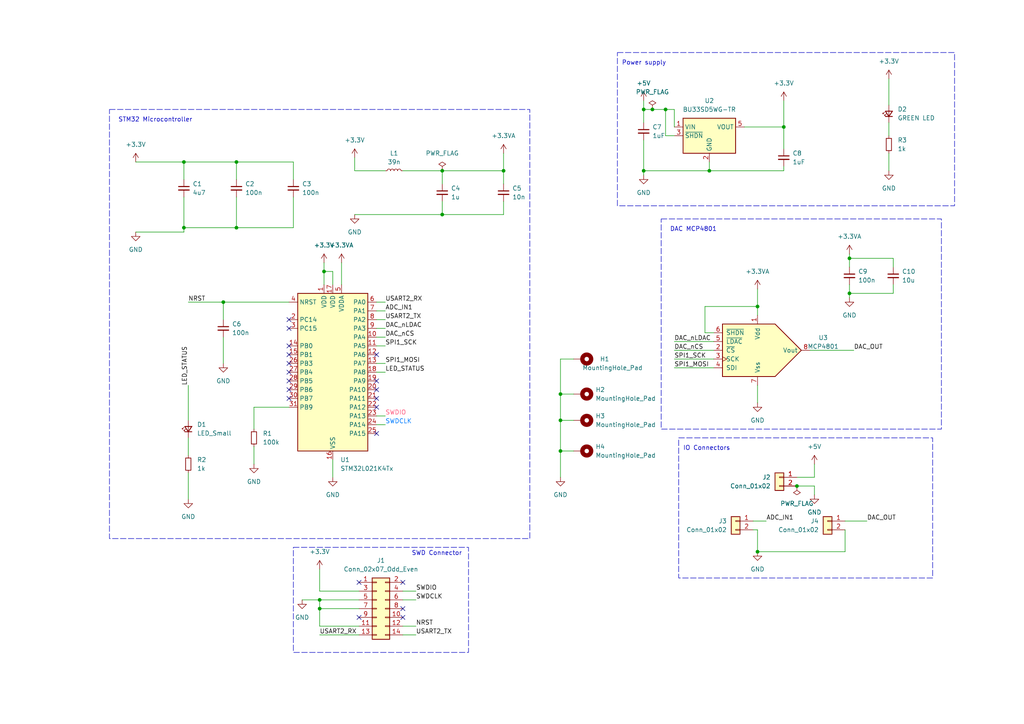
<source format=kicad_sch>
(kicad_sch (version 20230121) (generator eeschema)
  (paper "A4")
  (lib_symbols
    (symbol "Analog_DAC:MCP4801" (pin_names (offset 1.016))
      (property "Reference" "U" (at 1.27 10.795 0))
      (property "Value" "MCP4801" (at 1.27 8.89 0))
      (symbol "MCP4801_0_0"
        (polyline (pts (xy 12.7 0) (xy 5.08 7.62) (xy -10.16 7.62) (xy -10.16 -7.62) (xy 5.08 -7.62) (xy 12.7 0)) (stroke (width 0.254)) (fill (type background)))
      )
      (symbol "MCP4801_1_1"
        (pin power_in line (at 0 10.16 270) (length 2.54) (name "Vdd") (number "1"))
        (pin input line (at -12.7 0 0) (length 2.54) (name "~{CS}") (number "2"))
        (pin input clock (at -12.7 -2.54 0) (length 2.54) (name "SCK") (number "3"))
        (pin input line (at -12.7 -5.08 0) (length 2.54) (name "SDI") (number "4"))
        (pin input line (at -12.7 2.54 0) (length 2.54) (name "~{LDAC}") (number "5"))
        (pin input line (at -12.7 5.08 0) (length 2.54) (name "~{SHDN}") (number "6"))
        (pin power_in line (at 0 -10.16 90) (length 2.54) (name "Vss") (number "7"))
        (pin output line (at 15.24 0 180) (length 2.54) (name "Vout") (number "8"))
      )
    )
    (symbol "Connector_Generic:Conn_01x02" (pin_names (offset 1.016) hide)
      (property "Reference" "J" (at 0 2.54 0))
      (property "Value" "Conn_01x02" (at 0 -5.08 0))
      (symbol "Conn_01x02_1_1"
        (rectangle (start -1.27 -2.413) (end 0 -2.667) (stroke (width 0.1524)))
        (rectangle (start -1.27 0.127) (end 0 -0.127) (stroke (width 0.1524)))
        (rectangle (start -1.27 1.27) (end 1.27 -3.81) (stroke (width 0.254)) (fill (type background)))
        (pin passive line (at -5.08 0 0) (length 3.81) (name "Pin_1") (number "1"))
        (pin passive line (at -5.08 -2.54 0) (length 3.81) (name "Pin_2") (number "2"))
      )
    )
    (symbol "Connector_Generic:Conn_02x07_Odd_Even" (pin_names (offset 1.016) hide)
      (property "Reference" "J" (at 1.27 10.16 0))
      (property "Value" "Conn_02x07_Odd_Even" (at 1.27 -10.16 0))
      (symbol "Conn_02x07_Odd_Even_1_1"
        (rectangle (start -1.27 -7.493) (end 0 -7.747) (stroke (width 0.1524)))
        (rectangle (start -1.27 -4.953) (end 0 -5.207) (stroke (width 0.1524)))
        (rectangle (start -1.27 -2.413) (end 0 -2.667) (stroke (width 0.1524)))
        (rectangle (start -1.27 0.127) (end 0 -0.127) (stroke (width 0.1524)))
        (rectangle (start -1.27 2.667) (end 0 2.413) (stroke (width 0.1524)))
        (rectangle (start -1.27 5.207) (end 0 4.953) (stroke (width 0.1524)))
        (rectangle (start -1.27 7.747) (end 0 7.493) (stroke (width 0.1524)))
        (rectangle (start -1.27 8.89) (end 3.81 -8.89) (stroke (width 0.254)) (fill (type background)))
        (rectangle (start 3.81 -7.493) (end 2.54 -7.747) (stroke (width 0.1524)))
        (rectangle (start 3.81 -4.953) (end 2.54 -5.207) (stroke (width 0.1524)))
        (rectangle (start 3.81 -2.413) (end 2.54 -2.667) (stroke (width 0.1524)))
        (rectangle (start 3.81 0.127) (end 2.54 -0.127) (stroke (width 0.1524)))
        (rectangle (start 3.81 2.667) (end 2.54 2.413) (stroke (width 0.1524)))
        (rectangle (start 3.81 5.207) (end 2.54 4.953) (stroke (width 0.1524)))
        (rectangle (start 3.81 7.747) (end 2.54 7.493) (stroke (width 0.1524)))
        (pin passive line (at -5.08 7.62 0) (length 3.81) (name "Pin_1") (number "1"))
        (pin passive line (at 7.62 -2.54 180) (length 3.81) (name "Pin_10") (number "10"))
        (pin passive line (at -5.08 -5.08 0) (length 3.81) (name "Pin_11") (number "11"))
        (pin passive line (at 7.62 -5.08 180) (length 3.81) (name "Pin_12") (number "12"))
        (pin passive line (at -5.08 -7.62 0) (length 3.81) (name "Pin_13") (number "13"))
        (pin passive line (at 7.62 -7.62 180) (length 3.81) (name "Pin_14") (number "14"))
        (pin passive line (at 7.62 7.62 180) (length 3.81) (name "Pin_2") (number "2"))
        (pin passive line (at -5.08 5.08 0) (length 3.81) (name "Pin_3") (number "3"))
        (pin passive line (at 7.62 5.08 180) (length 3.81) (name "Pin_4") (number "4"))
        (pin passive line (at -5.08 2.54 0) (length 3.81) (name "Pin_5") (number "5"))
        (pin passive line (at 7.62 2.54 180) (length 3.81) (name "Pin_6") (number "6"))
        (pin passive line (at -5.08 0 0) (length 3.81) (name "Pin_7") (number "7"))
        (pin passive line (at 7.62 0 180) (length 3.81) (name "Pin_8") (number "8"))
        (pin passive line (at -5.08 -2.54 0) (length 3.81) (name "Pin_9") (number "9"))
      )
    )
    (symbol "Device:C_Small" (pin_numbers hide) (pin_names (offset 0.254) hide)
      (property "Reference" "C" (at 0.254 1.778 0))
      (property "Value" "C_Small" (at 0.254 -2.032 0))
      (symbol "C_Small_0_1"
        (polyline (pts (xy -1.524 -0.508) (xy 1.524 -0.508)) (stroke (width 0.3302)))
        (polyline (pts (xy -1.524 0.508) (xy 1.524 0.508)) (stroke (width 0.3048)))
      )
      (symbol "C_Small_1_1"
        (pin passive line (at 0 2.54 270) (length 2.032) (name "~") (number "1"))
        (pin passive line (at 0 -2.54 90) (length 2.032) (name "~") (number "2"))
      )
    )
    (symbol "Device:LED_Small" (pin_numbers hide) (pin_names (offset 0.254) hide)
      (property "Reference" "D" (at -1.27 3.175 0))
      (property "Value" "LED_Small" (at -4.445 -2.54 0))
      (symbol "LED_Small_0_1"
        (polyline (pts (xy -0.762 -1.016) (xy -0.762 1.016)) (stroke (width 0.254)))
        (polyline (pts (xy 1.016 0) (xy -0.762 0)))
        (polyline (pts (xy 0.762 -1.016) (xy -0.762 0) (xy 0.762 1.016) (xy 0.762 -1.016)) (stroke (width 0.254)))
        (polyline (pts (xy 0 0.762) (xy -0.508 1.27) (xy -0.254 1.27) (xy -0.508 1.27) (xy -0.508 1.016)))
        (polyline (pts (xy 0.508 1.27) (xy 0 1.778) (xy 0.254 1.778) (xy 0 1.778) (xy 0 1.524)))
      )
      (symbol "LED_Small_1_1"
        (pin passive line (at -2.54 0 0) (length 1.778) (name "K") (number "1"))
        (pin passive line (at 2.54 0 180) (length 1.778) (name "A") (number "2"))
      )
    )
    (symbol "Device:L_Small" (pin_numbers hide) (pin_names (offset 0.254) hide)
      (property "Reference" "L" (at 0.762 1.016 0))
      (property "Value" "L_Small" (at 0.762 -1.016 0))
      (symbol "L_Small_0_1"
        (arc (start 0 -2.032) (mid 0.5058 -1.524) (end 0 -1.016))
        (arc (start 0 -1.016) (mid 0.5058 -0.508) (end 0 0))
        (arc (start 0 0) (mid 0.5058 0.508) (end 0 1.016))
        (arc (start 0 1.016) (mid 0.5058 1.524) (end 0 2.032))
      )
      (symbol "L_Small_1_1"
        (pin passive line (at 0 2.54 270) (length 0.508) (name "~") (number "1"))
        (pin passive line (at 0 -2.54 90) (length 0.508) (name "~") (number "2"))
      )
    )
    (symbol "Device:R_Small" (pin_numbers hide) (pin_names (offset 0.254) hide)
      (property "Reference" "R" (at 0.762 0.508 0))
      (property "Value" "R_Small" (at 0.762 -1.016 0))
      (symbol "R_Small_0_1"
        (rectangle (start -0.762 1.778) (end 0.762 -1.778) (stroke (width 0.2032)))
      )
      (symbol "R_Small_1_1"
        (pin passive line (at 0 2.54 270) (length 0.762) (name "~") (number "1"))
        (pin passive line (at 0 -2.54 90) (length 0.762) (name "~") (number "2"))
      )
    )
    (symbol "MCU_ST_STM32L0:STM32L021K4Tx"
      (property "Reference" "U" (at -10.16 24.13 0))
      (property "Value" "STM32L021K4Tx" (at 5.08 24.13 0))
      (symbol "STM32L021K4Tx_0_1"
        (rectangle (start -10.16 -22.86) (end 10.16 22.86) (stroke (width 0.254)) (fill (type background)))
      )
      (symbol "STM32L021K4Tx_1_1"
        (pin power_in line (at -2.54 25.4 270) (length 2.54) (name "VDD") (number "1"))
        (pin bidirectional line (at 12.7 10.16 180) (length 2.54) (name "PA4") (number "10"))
        (pin bidirectional line (at 12.7 7.62 180) (length 2.54) (name "PA5") (number "11"))
        (pin bidirectional line (at 12.7 5.08 180) (length 2.54) (name "PA6") (number "12"))
        (pin bidirectional line (at 12.7 2.54 180) (length 2.54) (name "PA7") (number "13"))
        (pin bidirectional line (at -12.7 7.62 0) (length 2.54) (name "PB0") (number "14"))
        (pin bidirectional line (at -12.7 5.08 0) (length 2.54) (name "PB1") (number "15"))
        (pin power_in line (at 0 -25.4 90) (length 2.54) (name "VSS") (number "16"))
        (pin power_in line (at 0 25.4 270) (length 2.54) (name "VDD") (number "17"))
        (pin bidirectional line (at 12.7 0 180) (length 2.54) (name "PA8") (number "18"))
        (pin bidirectional line (at 12.7 -2.54 180) (length 2.54) (name "PA9") (number "19"))
        (pin bidirectional line (at -12.7 15.24 0) (length 2.54) (name "PC14") (number "2"))
        (pin bidirectional line (at 12.7 -5.08 180) (length 2.54) (name "PA10") (number "20"))
        (pin bidirectional line (at 12.7 -7.62 180) (length 2.54) (name "PA11") (number "21"))
        (pin bidirectional line (at 12.7 -10.16 180) (length 2.54) (name "PA12") (number "22"))
        (pin bidirectional line (at 12.7 -12.7 180) (length 2.54) (name "PA13") (number "23"))
        (pin bidirectional line (at 12.7 -15.24 180) (length 2.54) (name "PA14") (number "24"))
        (pin bidirectional line (at 12.7 -17.78 180) (length 2.54) (name "PA15") (number "25"))
        (pin bidirectional line (at -12.7 2.54 0) (length 2.54) (name "PB3") (number "26"))
        (pin bidirectional line (at -12.7 0 0) (length 2.54) (name "PB4") (number "27"))
        (pin bidirectional line (at -12.7 -2.54 0) (length 2.54) (name "PB5") (number "28"))
        (pin bidirectional line (at -12.7 -5.08 0) (length 2.54) (name "PB6") (number "29"))
        (pin bidirectional line (at -12.7 12.7 0) (length 2.54) (name "PC15") (number "3"))
        (pin bidirectional line (at -12.7 -7.62 0) (length 2.54) (name "PB7") (number "30"))
        (pin bidirectional line (at -12.7 -10.16 0) (length 2.54) (name "PB9") (number "31"))
        (pin passive line (at 0 -25.4 90) (length 2.54) hide (name "VSS") (number "32"))
        (pin input line (at -12.7 20.32 0) (length 2.54) (name "NRST") (number "4"))
        (pin power_in line (at 2.54 25.4 270) (length 2.54) (name "VDDA") (number "5"))
        (pin bidirectional line (at 12.7 20.32 180) (length 2.54) (name "PA0") (number "6"))
        (pin bidirectional line (at 12.7 17.78 180) (length 2.54) (name "PA1") (number "7"))
        (pin bidirectional line (at 12.7 15.24 180) (length 2.54) (name "PA2") (number "8"))
        (pin bidirectional line (at 12.7 12.7 180) (length 2.54) (name "PA3") (number "9"))
      )
    )
    (symbol "Mechanical:MountingHole_Pad" (pin_numbers hide) (pin_names (offset 1.016) hide)
      (property "Reference" "H" (at 0 6.35 0))
      (property "Value" "MountingHole_Pad" (at 0 4.445 0))
      (symbol "MountingHole_Pad_0_1"
        (circle (center 0 1.27) (radius 1.27) (stroke (width 1.27)))
      )
      (symbol "MountingHole_Pad_1_1"
        (pin input line (at 0 -2.54 90) (length 2.54) (name "1") (number "1"))
      )
    )
    (symbol "Regulator_Linear:MCP1802x-xx02xOT"
      (property "Reference" "U" (at -6.35 6.35 0))
      (property "Value" "MCP1802x-xx02xOT" (at 0 6.35 0))
      (symbol "MCP1802x-xx02xOT_0_1"
        (rectangle (start -7.62 5.08) (end 7.62 -5.08) (stroke (width 0.254)) (fill (type background)))
      )
      (symbol "MCP1802x-xx02xOT_1_1"
        (pin power_in line (at -10.16 2.54 0) (length 2.54) (name "VIN") (number "1"))
        (pin power_in line (at 0 -7.62 90) (length 2.54) (name "GND") (number "2"))
        (pin input line (at -10.16 0 0) (length 2.54) (name "~{SHDN}") (number "3"))
        (pin no_connect line (at 7.62 0 180) (length 2.54) hide (name "NC") (number "4"))
        (pin power_out line (at 10.16 2.54 180) (length 2.54) (name "VOUT") (number "5"))
      )
    )
    (symbol "power:+3.3V" (power) (pin_names (offset 0))
      (property "Value" "+3.3V" (at 0 3.556 0))
      (symbol "+3.3V_0_1"
        (polyline (pts (xy -0.762 1.27) (xy 0 2.54)))
        (polyline (pts (xy 0 0) (xy 0 2.54)))
        (polyline (pts (xy 0 2.54) (xy 0.762 1.27)))
      )
      (symbol "+3.3V_1_1"
        (pin power_in line (at 0 0 90) (length 0) hide (name "+3.3V") (number "1"))
      )
    )
    (symbol "power:+3.3VA" (power) (pin_names (offset 0))
      (property "Value" "+3.3VA" (at 0 3.556 0))
      (symbol "+3.3VA_0_1"
        (polyline (pts (xy -0.762 1.27) (xy 0 2.54)))
        (polyline (pts (xy 0 0) (xy 0 2.54)))
        (polyline (pts (xy 0 2.54) (xy 0.762 1.27)))
      )
      (symbol "+3.3VA_1_1"
        (pin power_in line (at 0 0 90) (length 0) hide (name "+3.3VA") (number "1"))
      )
    )
    (symbol "power:+5V" (power) (pin_names (offset 0))
      (property "Value" "+5V" (at 0 3.556 0))
      (symbol "+5V_0_1"
        (polyline (pts (xy -0.762 1.27) (xy 0 2.54)))
        (polyline (pts (xy 0 0) (xy 0 2.54)))
        (polyline (pts (xy 0 2.54) (xy 0.762 1.27)))
      )
      (symbol "+5V_1_1"
        (pin power_in line (at 0 0 90) (length 0) hide (name "+5V") (number "1"))
      )
    )
    (symbol "power:GND" (power) (pin_names (offset 0))
      (property "Value" "GND" (at 0 -3.81 0))
      (symbol "GND_0_1"
        (polyline (pts (xy 0 0) (xy 0 -1.27) (xy 1.27 -1.27) (xy 0 -2.54) (xy -1.27 -1.27) (xy 0 -1.27)))
      )
      (symbol "GND_1_1"
        (pin power_in line (at 0 0 270) (length 0) hide (name "GND") (number "1"))
      )
    )
    (symbol "power:PWR_FLAG" (power) (pin_numbers hide) (pin_names (offset 0) hide)
      (property "Value" "PWR_FLAG" (at 0 3.81 0))
      (symbol "PWR_FLAG_0_0"
        (pin power_out line (at 0 0 90) (length 0) (name "pwr") (number "1"))
      )
      (symbol "PWR_FLAG_0_1"
        (polyline (pts (xy 0 0) (xy 0 1.27) (xy -1.016 1.905) (xy 0 2.54) (xy 1.016 1.905) (xy 0 1.27)))
      )
    )
  )
  (junction (at 246.38 74.93))
  (junction (at 68.58 46.99))
  (junction (at 227.33 36.83))
  (junction (at 146.05 49.53))
  (junction (at 162.56 130.81))
  (junction (at 246.38 85.09))
  (junction (at 231.14 140.97))
  (junction (at 189.23 31.75))
  (junction (at 53.34 66.04))
  (junction (at 205.74 49.53))
  (junction (at 92.71 176.53))
  (junction (at 68.58 66.04))
  (junction (at 93.98 78.74))
  (junction (at 128.27 62.23))
  (junction (at 162.56 121.92))
  (junction (at 193.04 31.75))
  (junction (at 64.77 87.63))
  (junction (at 128.27 49.53))
  (junction (at 92.71 173.99))
  (junction (at 219.71 160.02))
  (junction (at 219.71 88.9))
  (junction (at 53.34 46.99))
  (junction (at 186.69 49.53))
  (junction (at 186.69 31.75))
  (junction (at 162.56 114.3))
  (no_connect (at 109.22 113.03))
  (no_connect (at 83.82 92.71))
  (no_connect (at 83.82 102.87))
  (no_connect (at 116.84 179.07))
  (no_connect (at 83.82 107.95))
  (no_connect (at 109.22 110.49))
  (no_connect (at 104.14 179.07))
  (no_connect (at 83.82 115.57))
  (no_connect (at 83.82 105.41))
  (no_connect (at 109.22 118.11))
  (no_connect (at 109.22 115.57))
  (no_connect (at 83.82 95.25))
  (no_connect (at 109.22 125.73))
  (no_connect (at 104.14 168.91))
  (no_connect (at 116.84 168.91))
  (no_connect (at 109.22 102.87))
  (no_connect (at 83.82 100.33))
  (no_connect (at 83.82 113.03))
  (no_connect (at 116.84 176.53))
  (no_connect (at 83.82 110.49))
  (wire (pts (xy 227.33 29.21) (xy 227.33 36.83)))
  (wire (pts (xy 162.56 114.3) (xy 166.37 114.3)))
  (wire (pts (xy 204.47 96.52) (xy 204.47 88.9)))
  (wire (pts (xy 109.22 90.17) (xy 111.76 90.17)))
  (wire (pts (xy 87.63 173.99) (xy 92.71 173.99)))
  (wire (pts (xy 162.56 130.81) (xy 166.37 130.81)))
  (wire (pts (xy 219.71 83.82) (xy 219.71 88.9)))
  (wire (pts (xy 53.34 46.99) (xy 68.58 46.99)))
  (wire (pts (xy 219.71 153.67) (xy 219.71 160.02)))
  (wire (pts (xy 227.33 48.26) (xy 227.33 49.53)))
  (wire (pts (xy 246.38 74.93) (xy 259.08 74.93)))
  (wire (pts (xy 93.98 78.74) (xy 96.52 78.74)))
  (wire (pts (xy 128.27 58.42) (xy 128.27 62.23)))
  (wire (pts (xy 146.05 53.34) (xy 146.05 49.53)))
  (wire (pts (xy 111.76 49.53) (xy 102.87 49.53)))
  (wire (pts (xy 195.58 39.37) (xy 193.04 39.37)))
  (wire (pts (xy 189.23 31.75) (xy 193.04 31.75)))
  (wire (pts (xy 186.69 31.75) (xy 186.69 35.56)))
  (wire (pts (xy 109.22 100.33) (xy 111.76 100.33)))
  (wire (pts (xy 246.38 85.09) (xy 246.38 86.36)))
  (wire (pts (xy 68.58 57.15) (xy 68.58 66.04)))
  (wire (pts (xy 259.08 82.55) (xy 259.08 85.09)))
  (wire (pts (xy 96.52 133.35) (xy 96.52 138.43)))
  (wire (pts (xy 195.58 101.6) (xy 207.01 101.6)))
  (wire (pts (xy 246.38 85.09) (xy 259.08 85.09)))
  (wire (pts (xy 257.81 22.86) (xy 257.81 30.48)))
  (wire (pts (xy 195.58 36.83) (xy 195.58 31.75)))
  (wire (pts (xy 234.95 101.6) (xy 247.65 101.6)))
  (wire (pts (xy 109.22 107.95) (xy 111.76 107.95)))
  (wire (pts (xy 93.98 76.2) (xy 93.98 78.74)))
  (wire (pts (xy 219.71 111.76) (xy 219.71 116.84)))
  (wire (pts (xy 207.01 96.52) (xy 204.47 96.52)))
  (wire (pts (xy 193.04 39.37) (xy 193.04 31.75)))
  (wire (pts (xy 116.84 171.45) (xy 120.65 171.45)))
  (wire (pts (xy 109.22 105.41) (xy 111.76 105.41)))
  (wire (pts (xy 53.34 57.15) (xy 53.34 66.04)))
  (wire (pts (xy 92.71 184.15) (xy 104.14 184.15)))
  (wire (pts (xy 85.09 52.07) (xy 85.09 46.99)))
  (wire (pts (xy 219.71 88.9) (xy 219.71 91.44)))
  (wire (pts (xy 246.38 73.66) (xy 246.38 74.93)))
  (wire (pts (xy 245.11 153.67) (xy 245.11 160.02)))
  (wire (pts (xy 146.05 58.42) (xy 146.05 62.23)))
  (wire (pts (xy 246.38 74.93) (xy 246.38 77.47)))
  (wire (pts (xy 102.87 49.53) (xy 102.87 45.72)))
  (wire (pts (xy 162.56 104.14) (xy 162.56 114.3)))
  (wire (pts (xy 231.14 140.97) (xy 236.22 140.97)))
  (wire (pts (xy 64.77 97.79) (xy 64.77 105.41)))
  (wire (pts (xy 186.69 49.53) (xy 205.74 49.53)))
  (wire (pts (xy 109.22 92.71) (xy 111.76 92.71)))
  (wire (pts (xy 92.71 173.99) (xy 104.14 173.99)))
  (wire (pts (xy 186.69 29.21) (xy 186.69 31.75)))
  (wire (pts (xy 128.27 49.53) (xy 128.27 53.34)))
  (wire (pts (xy 162.56 130.81) (xy 162.56 138.43)))
  (wire (pts (xy 54.61 137.16) (xy 54.61 144.78)))
  (wire (pts (xy 109.22 123.19) (xy 111.76 123.19)))
  (wire (pts (xy 92.71 171.45) (xy 104.14 171.45)))
  (wire (pts (xy 102.87 62.23) (xy 128.27 62.23)))
  (wire (pts (xy 104.14 181.61) (xy 92.71 181.61)))
  (wire (pts (xy 99.06 76.2) (xy 99.06 82.55)))
  (wire (pts (xy 146.05 49.53) (xy 128.27 49.53)))
  (wire (pts (xy 39.37 46.99) (xy 53.34 46.99)))
  (wire (pts (xy 166.37 104.14) (xy 162.56 104.14)))
  (wire (pts (xy 218.44 151.13) (xy 222.25 151.13)))
  (wire (pts (xy 128.27 49.53) (xy 116.84 49.53)))
  (wire (pts (xy 162.56 114.3) (xy 162.56 121.92)))
  (wire (pts (xy 64.77 87.63) (xy 83.82 87.63)))
  (wire (pts (xy 186.69 49.53) (xy 186.69 50.8)))
  (wire (pts (xy 83.82 118.11) (xy 73.66 118.11)))
  (wire (pts (xy 236.22 134.62) (xy 236.22 138.43)))
  (wire (pts (xy 227.33 36.83) (xy 227.33 43.18)))
  (wire (pts (xy 195.58 104.14) (xy 207.01 104.14)))
  (wire (pts (xy 109.22 87.63) (xy 111.76 87.63)))
  (wire (pts (xy 236.22 138.43) (xy 231.14 138.43)))
  (wire (pts (xy 195.58 99.06) (xy 207.01 99.06)))
  (wire (pts (xy 236.22 140.97) (xy 236.22 143.51)))
  (wire (pts (xy 116.84 173.99) (xy 120.65 173.99)))
  (wire (pts (xy 53.34 66.04) (xy 68.58 66.04)))
  (wire (pts (xy 128.27 62.23) (xy 146.05 62.23)))
  (wire (pts (xy 257.81 44.45) (xy 257.81 49.53)))
  (wire (pts (xy 204.47 88.9) (xy 219.71 88.9)))
  (wire (pts (xy 259.08 77.47) (xy 259.08 74.93)))
  (wire (pts (xy 96.52 82.55) (xy 96.52 78.74)))
  (wire (pts (xy 218.44 153.67) (xy 219.71 153.67)))
  (wire (pts (xy 245.11 160.02) (xy 219.71 160.02)))
  (wire (pts (xy 109.22 95.25) (xy 111.76 95.25)))
  (wire (pts (xy 186.69 31.75) (xy 189.23 31.75)))
  (wire (pts (xy 53.34 67.31) (xy 39.37 67.31)))
  (wire (pts (xy 54.61 87.63) (xy 64.77 87.63)))
  (wire (pts (xy 116.84 184.15) (xy 120.65 184.15)))
  (wire (pts (xy 109.22 120.65) (xy 111.76 120.65)))
  (wire (pts (xy 146.05 44.45) (xy 146.05 49.53)))
  (wire (pts (xy 85.09 57.15) (xy 85.09 66.04)))
  (wire (pts (xy 92.71 176.53) (xy 92.71 181.61)))
  (wire (pts (xy 68.58 46.99) (xy 85.09 46.99)))
  (wire (pts (xy 116.84 181.61) (xy 120.65 181.61)))
  (wire (pts (xy 257.81 35.56) (xy 257.81 39.37)))
  (wire (pts (xy 104.14 176.53) (xy 92.71 176.53)))
  (wire (pts (xy 54.61 111.76) (xy 54.61 121.92)))
  (wire (pts (xy 109.22 97.79) (xy 111.76 97.79)))
  (wire (pts (xy 205.74 49.53) (xy 227.33 49.53)))
  (wire (pts (xy 205.74 46.99) (xy 205.74 49.53)))
  (wire (pts (xy 73.66 118.11) (xy 73.66 124.46)))
  (wire (pts (xy 245.11 151.13) (xy 251.46 151.13)))
  (wire (pts (xy 162.56 121.92) (xy 162.56 130.81)))
  (wire (pts (xy 54.61 127) (xy 54.61 132.08)))
  (wire (pts (xy 215.9 36.83) (xy 227.33 36.83)))
  (wire (pts (xy 195.58 106.68) (xy 207.01 106.68)))
  (wire (pts (xy 68.58 66.04) (xy 85.09 66.04)))
  (wire (pts (xy 73.66 129.54) (xy 73.66 134.62)))
  (wire (pts (xy 92.71 165.1) (xy 92.71 171.45)))
  (wire (pts (xy 53.34 46.99) (xy 53.34 52.07)))
  (wire (pts (xy 186.69 40.64) (xy 186.69 49.53)))
  (wire (pts (xy 193.04 31.75) (xy 195.58 31.75)))
  (wire (pts (xy 162.56 121.92) (xy 166.37 121.92)))
  (wire (pts (xy 93.98 78.74) (xy 93.98 82.55)))
  (wire (pts (xy 68.58 52.07) (xy 68.58 46.99)))
  (wire (pts (xy 92.71 173.99) (xy 92.71 176.53)))
  (wire (pts (xy 246.38 82.55) (xy 246.38 85.09)))
  (wire (pts (xy 53.34 66.04) (xy 53.34 67.31)))
  (wire (pts (xy 64.77 87.63) (xy 64.77 92.71)))
  (rectangle (start 179.07 15.24) (end 276.86 59.69) (stroke (width 0) (type dash)))
  (rectangle (start 196.85 127) (end 270.51 167.64) (stroke (width 0) (type dash)))
  (rectangle (start 191.77 63.5) (end 273.05 124.46) (stroke (width 0) (type dash)))
  (rectangle (start 31.75 31.75) (end 153.67 156.21) (stroke (width 0) (type dash)))
  (rectangle (start 85.09 158.75) (end 135.89 189.23) (stroke (width 0) (type dash)))
  (rectangle (start 236.22 124.46) (end 236.22 124.46))
  (text "DAC MCP4801\n" (at 194.31 67.31 0) (effects (font (size 1.27 1.27)) (justify left bottom)))
  (text "STM32 Microcontroller\n" (at 34.29 35.56 0) (effects (font (size 1.27 1.27)) (justify left bottom)))
  (text "SWD Connector\n" (at 119.38 161.29 0) (effects (font (size 1.27 1.27)) (justify left bottom)))
  (text "IO Connectors\n" (at 198.12 130.81 0) (effects (font (size 1.27 1.27)) (justify left bottom)))
  (text "Power supply\n" (at 180.34 19.05 0) (effects (font (size 1.27 1.27)) (justify left bottom)))
  (label "SPI1_MOSI" (at 111.76 105.41 0))
  (label "LED_STATUS" (at 54.61 111.76 90))
  (label "SWDIO" (at 120.65 171.45 0))
  (label "NRST" (at 54.61 87.63 0))
  (label "NRST" (at 120.65 181.61 0))
  (label "SWDCLK" (at 120.65 173.99 0))
  (label "DAC_nCS" (at 195.58 101.6 0))
  (label "USART2_RX" (at 92.71 184.15 0))
  (label "DAC_nLDAC" (at 195.58 99.06 0))
  (label "SPI1_SCK" (at 195.58 104.14 0))
  (label "SWDCLK" (at 111.76 123.19 0))
  (label "USART2_TX" (at 120.65 184.15 0))
  (label "DAC_OUT" (at 247.65 101.6 0))
  (label "USART2_RX" (at 111.76 87.63 0))
  (label "SPI1_SCK" (at 111.76 100.33 0))
  (label "DAC_nLDAC" (at 111.76 95.25 0))
  (label "SPI1_MOSI" (at 195.58 106.68 0))
  (label "USART2_TX" (at 111.76 92.71 0))
  (label "DAC_nCS" (at 111.76 97.79 0))
  (label "LED_STATUS" (at 111.76 107.95 0))
  (label "ADC_IN1" (at 222.25 151.13 0))
  (label "DAC_OUT" (at 251.46 151.13 0))
  (label "ADC_IN1" (at 111.76 90.17 0))
  (label "SWDIO" (at 111.76 120.65 0))
  (symbol (lib_id "Connector_Generic:Conn_01x02") (at 213.36 151.13 0) (mirror y) (unit 1)
    (property "Reference" "J3" (at 210.82 151.13 0) (effects (justify left)))
    (property "Value" "Conn_01x02" (at 210.82 153.67 0) (effects (justify left)))
    (property "Footprint" "Connector_JST:JST_XH_B2B-XH-A_1x02_P2.50mm_Vertical" (effects hide))
  )
  (symbol (lib_id "power:+3.3V") (at 227.33 29.21 0) (unit 1)
    (property "Reference" "#PWR014" (effects hide))
    (property "Value" "+3.3V" (at 227.33 24.13 0))
  )
  (symbol (lib_id "power:PWR_FLAG") (at 189.23 31.75 0) (unit 1)
    (property "Reference" "#FLG02" (effects hide))
    (property "Value" "PWR_FLAG" (at 189.23 26.67 0))
  )
  (symbol (lib_id "Mechanical:MountingHole_Pad") (at 168.91 130.81 270) (unit 1)
    (property "Reference" "H4" (at 172.72 129.54 90) (effects (justify left)))
    (property "Value" "MountingHole_Pad" (at 172.72 132.08 90) (effects (justify left)))
    (property "Footprint" "MountingHole:MountingHole_3.2mm_M3_Pad" (effects hide))
  )
  (symbol (lib_id "power:+3.3VA") (at 99.06 76.2 0) (unit 1)
    (property "Reference" "#PWR03" (effects hide))
    (property "Value" "+3.3VA" (at 99.06 71.12 0))
  )
  (symbol (lib_id "power:GND") (at 186.69 50.8 0) (unit 1)
    (property "Reference" "#PWR013" (effects hide))
    (property "Value" "GND" (at 186.69 55.88 0))
  )
  (symbol (lib_id "power:GND") (at 219.71 116.84 0) (unit 1)
    (property "Reference" "#PWR018" (effects hide))
    (property "Value" "GND" (at 219.71 121.92 0))
  )
  (symbol (lib_id "Device:R_Small") (at 257.81 41.91 0) (unit 1)
    (property "Reference" "R3" (at 260.35 40.64 0) (effects (justify left)))
    (property "Value" "1k" (at 260.35 43.18 0) (effects (justify left)))
    (property "Footprint" "Resistor_SMD:R_0805_2012Metric_Pad1.20x1.40mm_HandSolder" (effects hide))
  )
  (symbol (lib_id "Device:L_Small") (at 114.3 49.53 90) (unit 1)
    (property "Reference" "L1" (at 114.3 44.45 90))
    (property "Value" "39n" (at 114.3 46.99 90))
    (property "Footprint" "Inductor_SMD:L_0805_2012Metric_Pad1.05x1.20mm_HandSolder" (effects hide))
  )
  (symbol (lib_id "Connector_Generic:Conn_01x02") (at 240.03 151.13 0) (mirror y) (unit 1)
    (property "Reference" "J4" (at 237.49 151.13 0) (effects (justify left)))
    (property "Value" "Conn_01x02" (at 237.49 153.67 0) (effects (justify left)))
    (property "Footprint" "Connector_JST:JST_XH_B2B-XH-A_1x02_P2.50mm_Vertical" (effects hide))
  )
  (symbol (lib_id "power:+3.3V") (at 39.37 46.99 0) (unit 1)
    (property "Reference" "#PWR04" (effects hide))
    (property "Value" "+3.3V" (at 39.37 41.91 0))
  )
  (symbol (lib_id "Analog_DAC:MCP4801") (at 219.71 101.6 0) (unit 1)
    (property "Reference" "U3" (at 238.76 97.9521 0))
    (property "Value" "MCP4801" (at 238.76 100.4921 0))
    (property "Footprint" "Package_SO:SOIC-8_3.9x4.9mm_P1.27mm" (effects hide))
    (property "Datasheet" "http://ww1.microchip.com/downloads/en/DeviceDoc/22244B.pdf" (effects hide))
  )
  (symbol (lib_id "power:GND") (at 257.81 49.53 0) (unit 1)
    (property "Reference" "#PWR016" (effects hide))
    (property "Value" "GND" (at 257.81 54.61 0))
  )
  (symbol (lib_id "power:GND") (at 39.37 67.31 0) (unit 1)
    (property "Reference" "#PWR06" (effects hide))
    (property "Value" "GND" (at 39.37 72.39 0))
  )
  (symbol (lib_id "Device:C_Small") (at 146.05 55.88 0) (unit 1)
    (property "Reference" "C5" (at 148.59 54.6163 0) (effects (justify left)))
    (property "Value" "10n" (at 148.59 57.1563 0) (effects (justify left)))
    (property "Footprint" "Capacitor_SMD:C_0805_2012Metric_Pad1.18x1.45mm_HandSolder" (effects hide))
  )
  (symbol (lib_id "MCU_ST_STM32L0:STM32L021K4Tx") (at 96.52 107.95 0) (unit 1)
    (property "Reference" "U1" (at 98.7141 133.35 0) (effects (justify left)))
    (property "Value" "STM32L021K4Tx" (at 98.7141 135.89 0) (effects (justify left)))
    (property "Footprint" "Package_QFP:LQFP-32_7x7mm_P0.8mm" (effects hide))
    (property "Datasheet" "https://www.st.com/resource/en/datasheet/stm32l021k4.pdf" (effects hide))
  )
  (symbol (lib_id "power:+3.3V") (at 93.98 76.2 0) (unit 1)
    (property "Reference" "#PWR02" (effects hide))
    (property "Value" "+3.3V" (at 93.98 71.12 0))
  )
  (symbol (lib_id "power:GND") (at 236.22 143.51 0) (unit 1)
    (property "Reference" "#PWR024" (effects hide))
    (property "Value" "GND" (at 236.22 148.59 0))
  )
  (symbol (lib_id "power:GND") (at 96.52 138.43 0) (unit 1)
    (property "Reference" "#PWR01" (effects hide))
    (property "Value" "GND" (at 96.52 143.51 0))
  )
  (symbol (lib_id "power:PWR_FLAG") (at 128.27 49.53 0) (unit 1)
    (property "Reference" "#FLG01" (effects hide))
    (property "Value" "PWR_FLAG" (at 128.27 44.45 0))
  )
  (symbol (lib_id "power:GND") (at 87.63 173.99 0) (unit 1)
    (property "Reference" "#PWR022" (effects hide))
    (property "Value" "GND" (at 87.63 179.07 0))
  )
  (symbol (lib_id "Mechanical:MountingHole_Pad") (at 168.91 104.14 270) (unit 1)
    (property "Reference" "H1" (at 173.99 104.14 90) (effects (justify left)))
    (property "Value" "MountingHole_Pad" (at 168.91 106.68 90) (effects (justify left)))
    (property "Footprint" "MountingHole:MountingHole_3.2mm_M3_Pad" (effects hide))
  )
  (symbol (lib_id "Device:C_Small") (at 68.58 54.61 0) (unit 1)
    (property "Reference" "C2" (at 71.12 53.3463 0) (effects (justify left)))
    (property "Value" "100n" (at 71.12 55.8863 0) (effects (justify left)))
    (property "Footprint" "Capacitor_SMD:C_0805_2012Metric_Pad1.18x1.45mm_HandSolder" (effects hide))
  )
  (symbol (lib_id "power:+3.3V") (at 92.71 165.1 0) (unit 1)
    (property "Reference" "#PWR021" (effects hide))
    (property "Value" "+3.3V" (at 92.71 160.02 0))
  )
  (symbol (lib_id "Device:C_Small") (at 186.69 38.1 0) (unit 1)
    (property "Reference" "C7" (at 189.23 36.8363 0) (effects (justify left)))
    (property "Value" "1uF" (at 189.23 39.3763 0) (effects (justify left)))
    (property "Footprint" "Capacitor_SMD:C_0805_2012Metric" (effects hide))
  )
  (symbol (lib_id "Device:R_Small") (at 73.66 127 0) (unit 1)
    (property "Reference" "R1" (at 76.2 125.73 0) (effects (justify left)))
    (property "Value" "100k" (at 76.2 128.27 0) (effects (justify left)))
    (property "Footprint" "Resistor_SMD:R_0805_2012Metric_Pad1.20x1.40mm_HandSolder" (effects hide))
  )
  (symbol (lib_id "Regulator_Linear:MCP1802x-xx02xOT") (at 205.74 39.37 0) (unit 1)
    (property "Reference" "U2" (at 205.74 29.21 0))
    (property "Value" "BU33SD5WG-TR" (at 205.74 31.75 0))
    (property "Footprint" "Package_TO_SOT_SMD:SOT-23-5" (effects hide))
    (property "Datasheet" "http://ww1.microchip.com/downloads/en/DeviceDoc/22053C.pdf" (effects hide))
  )
  (symbol (lib_id "Device:LED_Small") (at 54.61 124.46 90) (unit 1)
    (property "Reference" "D1" (at 57.15 123.1265 90) (effects (justify right)))
    (property "Value" "LED_Small" (at 57.15 125.6665 90) (effects (justify right)))
    (property "Footprint" "LED_SMD:LED_0603_1608Metric_Pad1.05x0.95mm_HandSolder" (effects hide))
  )
  (symbol (lib_id "power:+3.3VA") (at 146.05 44.45 0) (unit 1)
    (property "Reference" "#PWR010" (effects hide))
    (property "Value" "+3.3VA" (at 146.05 39.37 0))
  )
  (symbol (lib_id "Device:C_Small") (at 64.77 95.25 0) (unit 1)
    (property "Reference" "C6" (at 67.31 93.9863 0) (effects (justify left)))
    (property "Value" "100n" (at 67.31 96.5263 0) (effects (justify left)))
    (property "Footprint" "Capacitor_SMD:C_0805_2012Metric_Pad1.18x1.45mm_HandSolder" (effects hide))
  )
  (symbol (lib_id "power:+5V") (at 186.69 29.21 0) (unit 1)
    (property "Reference" "#PWR012" (effects hide))
    (property "Value" "+5V" (at 186.69 24.13 0))
  )
  (symbol (lib_id "Connector_Generic:Conn_02x07_Odd_Even") (at 109.22 176.53 0) (unit 1)
    (property "Reference" "J1" (at 110.49 162.56 0))
    (property "Value" "Conn_02x07_Odd_Even" (at 110.49 165.1 0))
    (property "Footprint" "Connector_PinHeader_1.27mm:PinHeader_2x07_P1.27mm_Vertical_SMD" (effects hide))
  )
  (symbol (lib_id "power:+3.3V") (at 102.87 45.72 0) (unit 1)
    (property "Reference" "#PWR05" (effects hide))
    (property "Value" "+3.3V" (at 102.87 40.64 0))
  )
  (symbol (lib_id "power:+3.3VA") (at 219.71 83.82 0) (unit 1)
    (property "Reference" "#PWR017" (effects hide))
    (property "Value" "+3.3VA" (at 219.71 78.74 0))
  )
  (symbol (lib_id "power:GND") (at 54.61 144.78 0) (unit 1)
    (property "Reference" "#PWR08" (effects hide))
    (property "Value" "GND" (at 54.61 149.86 0))
  )
  (symbol (lib_id "Device:C_Small") (at 227.33 45.72 0) (unit 1)
    (property "Reference" "C8" (at 229.87 44.4563 0) (effects (justify left)))
    (property "Value" "1uF" (at 229.87 46.9963 0) (effects (justify left)))
    (property "Footprint" "Capacitor_SMD:C_0805_2012Metric" (effects hide))
  )
  (symbol (lib_id "Device:C_Small") (at 53.34 54.61 0) (unit 1)
    (property "Reference" "C1" (at 55.88 53.3463 0) (effects (justify left)))
    (property "Value" "4u7" (at 55.88 55.8863 0) (effects (justify left)))
    (property "Footprint" "Capacitor_SMD:C_0805_2012Metric_Pad1.18x1.45mm_HandSolder" (effects hide))
  )
  (symbol (lib_id "power:+3.3V") (at 257.81 22.86 0) (unit 1)
    (property "Reference" "#PWR015" (effects hide))
    (property "Value" "+3.3V" (at 257.81 17.78 0))
  )
  (symbol (lib_id "power:GND") (at 219.71 160.02 0) (unit 1)
    (property "Reference" "#PWR025" (effects hide))
    (property "Value" "GND" (at 219.71 165.1 0))
  )
  (symbol (lib_id "Device:R_Small") (at 54.61 134.62 0) (unit 1)
    (property "Reference" "R2" (at 57.15 133.35 0) (effects (justify left)))
    (property "Value" "1k" (at 57.15 135.89 0) (effects (justify left)))
    (property "Footprint" "Resistor_SMD:R_0805_2012Metric_Pad1.20x1.40mm_HandSolder" (effects hide))
  )
  (symbol (lib_id "power:GND") (at 73.66 134.62 0) (unit 1)
    (property "Reference" "#PWR09" (effects hide))
    (property "Value" "GND" (at 73.66 139.7 0))
  )
  (symbol (lib_id "Device:C_Small") (at 246.38 80.01 0) (unit 1)
    (property "Reference" "C9" (at 248.92 78.7463 0) (effects (justify left)))
    (property "Value" "100n" (at 248.92 81.2863 0) (effects (justify left)))
    (property "Footprint" "Capacitor_SMD:C_0805_2012Metric_Pad1.18x1.45mm_HandSolder" (effects hide))
  )
  (symbol (lib_id "power:GND") (at 162.56 138.43 0) (unit 1)
    (property "Reference" "#PWR026" (effects hide))
    (property "Value" "GND" (at 162.56 143.51 0))
  )
  (symbol (lib_id "Mechanical:MountingHole_Pad") (at 168.91 114.3 270) (unit 1)
    (property "Reference" "H2" (at 172.72 113.03 90) (effects (justify left)))
    (property "Value" "MountingHole_Pad" (at 172.72 115.57 90) (effects (justify left)))
    (property "Footprint" "MountingHole:MountingHole_3.2mm_M3_Pad" (effects hide))
  )
  (symbol (lib_id "Device:C_Small") (at 128.27 55.88 0) (unit 1)
    (property "Reference" "C4" (at 130.81 54.6163 0) (effects (justify left)))
    (property "Value" "1u" (at 130.81 57.1563 0) (effects (justify left)))
    (property "Footprint" "Capacitor_SMD:C_0805_2012Metric_Pad1.18x1.45mm_HandSolder" (effects hide))
  )
  (symbol (lib_id "power:+3.3VA") (at 246.38 73.66 0) (unit 1)
    (property "Reference" "#PWR020" (effects hide))
    (property "Value" "+3.3VA" (at 246.38 68.58 0))
  )
  (symbol (lib_id "power:PWR_FLAG") (at 231.14 140.97 180) (unit 1)
    (property "Reference" "#FLG03" (effects hide))
    (property "Value" "PWR_FLAG" (at 231.14 146.05 0))
  )
  (symbol (lib_id "power:GND") (at 246.38 86.36 0) (unit 1)
    (property "Reference" "#PWR019" (effects hide))
    (property "Value" "GND" (at 246.38 91.44 0))
  )
  (symbol (lib_id "Mechanical:MountingHole_Pad") (at 168.91 121.92 270) (unit 1)
    (property "Reference" "H3" (at 172.72 120.65 90) (effects (justify left)))
    (property "Value" "MountingHole_Pad" (at 172.72 123.19 90) (effects (justify left)))
    (property "Footprint" "MountingHole:MountingHole_3.2mm_M3_Pad" (effects hide))
  )
  (symbol (lib_id "Device:LED_Small") (at 257.81 33.02 90) (unit 1)
    (property "Reference" "D2" (at 260.35 31.6865 90) (effects (justify right)))
    (property "Value" "GREEN LED" (at 260.35 34.2265 90) (effects (justify right)))
    (property "Footprint" "LED_SMD:LED_0603_1608Metric_Pad1.05x0.95mm_HandSolder" (effects hide))
  )
  (symbol (lib_id "power:GND") (at 64.77 105.41 0) (unit 1)
    (property "Reference" "#PWR011" (effects hide))
    (property "Value" "GND" (at 64.77 110.49 0))
  )
  (symbol (lib_id "Device:C_Small") (at 259.08 80.01 0) (unit 1)
    (property "Reference" "C10" (at 261.62 78.7463 0) (effects (justify left)))
    (property "Value" "10u" (at 261.62 81.2863 0) (effects (justify left)))
    (property "Footprint" "Capacitor_SMD:C_0805_2012Metric" (effects hide))
  )
  (symbol (lib_id "power:+5V") (at 236.22 134.62 0) (unit 1)
    (property "Reference" "#PWR023" (effects hide))
    (property "Value" "+5V" (at 236.22 129.54 0))
  )
  (symbol (lib_id "power:GND") (at 102.87 62.23 0) (unit 1)
    (property "Reference" "#PWR07" (effects hide))
    (property "Value" "GND" (at 102.87 67.31 0))
  )
  (symbol (lib_id "Device:C_Small") (at 85.09 54.61 0) (unit 1)
    (property "Reference" "C3" (at 87.63 53.3463 0) (effects (justify left)))
    (property "Value" "100n" (at 87.63 55.8863 0) (effects (justify left)))
    (property "Footprint" "Capacitor_SMD:C_0805_2012Metric_Pad1.18x1.45mm_HandSolder" (effects hide))
  )
  (symbol (lib_id "Connector_Generic:Conn_01x02") (at 226.06 138.43 0) (mirror y) (unit 1)
    (property "Reference" "J2" (at 223.52 138.43 0) (effects (justify left)))
    (property "Value" "Conn_01x02" (at 223.52 140.97 0) (effects (justify left)))
    (property "Footprint" "Connector_JST:JST_XH_B2B-XH-A_1x02_P2.50mm_Vertical" (effects hide))
  )
)
</source>
